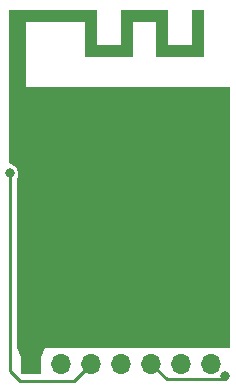
<source format=gbr>
%TF.GenerationSoftware,KiCad,Pcbnew,(5.1.8)-1*%
%TF.CreationDate,2021-01-29T11:55:22+09:00*%
%TF.ProjectId,REF_TWELITE_REVF_ANT,5245465f-5457-4454-9c49-54455f524556,rev?*%
%TF.SameCoordinates,Original*%
%TF.FileFunction,Copper,L2,Bot*%
%TF.FilePolarity,Positive*%
%FSLAX46Y46*%
G04 Gerber Fmt 4.6, Leading zero omitted, Abs format (unit mm)*
G04 Created by KiCad (PCBNEW (5.1.8)-1) date 2021-01-29 11:55:22*
%MOMM*%
%LPD*%
G01*
G04 APERTURE LIST*
%TA.AperFunction,NonConductor*%
%ADD10C,0.100000*%
%TD*%
%TA.AperFunction,EtchedComponent*%
%ADD11C,0.100000*%
%TD*%
%TA.AperFunction,ComponentPad*%
%ADD12R,1.000000X1.000000*%
%TD*%
%TA.AperFunction,ComponentPad*%
%ADD13C,0.900000*%
%TD*%
%TA.AperFunction,ComponentPad*%
%ADD14O,1.700000X1.700000*%
%TD*%
%TA.AperFunction,ComponentPad*%
%ADD15R,1.700000X1.700000*%
%TD*%
%TA.AperFunction,ViaPad*%
%ADD16C,0.800000*%
%TD*%
%TA.AperFunction,Conductor*%
%ADD17C,0.250000*%
%TD*%
%TA.AperFunction,Conductor*%
%ADD18C,0.400000*%
%TD*%
G04 APERTURE END LIST*
D10*
G36*
X122809000Y-86995000D02*
G01*
X104775000Y-86995000D01*
X104775000Y-72771000D01*
X104902000Y-72480000D01*
X104902000Y-72072500D01*
X104720000Y-71690000D01*
X104090000Y-71340000D01*
X104090000Y-67680000D01*
X104074613Y-64888608D01*
X122809000Y-64888608D01*
X122809000Y-86995000D01*
G37*
G36*
X106807000Y-87757000D02*
G01*
X105156000Y-87757000D01*
X104775000Y-86995000D01*
X107188000Y-86995000D01*
X106807000Y-87757000D01*
G37*
D11*
%TO.C,U1*%
G36*
X111574605Y-61388602D02*
G01*
X113574602Y-61388602D01*
X113574602Y-58388608D01*
X117574598Y-58388608D01*
X117574598Y-61388602D01*
X119574597Y-61388602D01*
X119574597Y-58388608D01*
X120574613Y-58388608D01*
X120574613Y-62388605D01*
X116574617Y-62388605D01*
X116574617Y-59388603D01*
X114574619Y-59388603D01*
X114574603Y-62388606D01*
X110574588Y-62388605D01*
X110574588Y-59388603D01*
X105574610Y-59388603D01*
X105574610Y-64888606D01*
X104074603Y-64888606D01*
X104074603Y-58388608D01*
X111574605Y-58388608D01*
X111574605Y-61388602D01*
G37*
G36*
X120576103Y-64888606D02*
G01*
X104074603Y-64888606D01*
X104074603Y-67598606D01*
X120574613Y-67598606D01*
X120576103Y-64883006D01*
X120576103Y-64888606D01*
G37*
%TD*%
D12*
%TO.P,U1,*%
%TO.N,*%
X108574603Y-58888606D03*
D13*
%TO.P,U1,28*%
%TO.N,/TWE_GND*%
X113544603Y-66118606D03*
%TO.P,U1,30*%
X111004603Y-66118606D03*
%TD*%
D14*
%TO.P,J2,7*%
%TO.N,/SET*%
X121221500Y-88341200D03*
%TO.P,J2,6*%
%TO.N,/VCC*%
X118681500Y-88341200D03*
%TO.P,J2,5*%
%TO.N,/RST*%
X116141500Y-88341200D03*
%TO.P,J2,4*%
%TO.N,/RXD*%
X113601500Y-88341200D03*
%TO.P,J2,3*%
%TO.N,/PRG*%
X111061500Y-88341200D03*
%TO.P,J2,2*%
%TO.N,/TXD*%
X108521500Y-88341200D03*
D15*
%TO.P,J2,1*%
%TO.N,/TWE_GND*%
X105981500Y-88341200D03*
%TD*%
D16*
%TO.N,/RST*%
X122428000Y-89408000D03*
%TO.N,/PRG*%
X104216200Y-72207120D03*
%TO.N,/TWE_GND*%
X121158000Y-74739500D03*
%TD*%
D17*
%TO.N,/RST*%
X122428000Y-89662000D02*
X122682000Y-89408000D01*
X117462300Y-89662000D02*
X122428000Y-89662000D01*
X116141500Y-88341200D02*
X117462300Y-89662000D01*
D18*
%TO.N,/PRG*%
X104013000Y-72199500D02*
X104013000Y-72199500D01*
D17*
X104216200Y-72402700D02*
X104013000Y-72199500D01*
X104216200Y-88995902D02*
X104216200Y-72402700D01*
X105040288Y-89819990D02*
X104216200Y-88995902D01*
X109570010Y-89819990D02*
X105040288Y-89819990D01*
X111048800Y-88341200D02*
X109570010Y-89819990D01*
X111061500Y-88341200D02*
X111048800Y-88341200D01*
D18*
%TO.N,/TWE_GND*%
X114313599Y-74738601D02*
X112205399Y-74738601D01*
X105981500Y-80962500D02*
X112205399Y-74738601D01*
X105981500Y-88341200D02*
X105981500Y-80962500D01*
X112204500Y-74739500D02*
X105981500Y-80962500D01*
X121158000Y-74739500D02*
X112204500Y-74739500D01*
%TD*%
M02*

</source>
